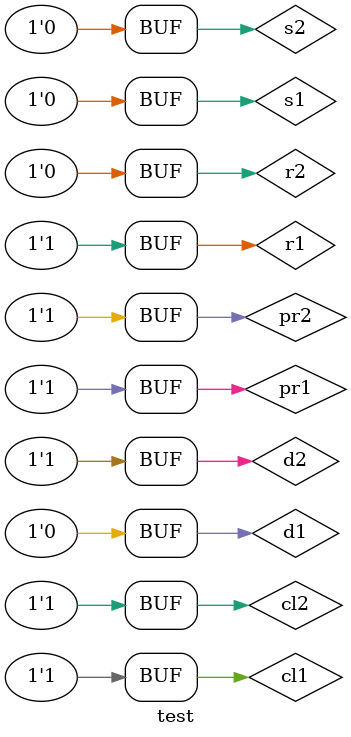
<source format=v>


module ex01 ( p, q, r, s );//p == q' e q == q
	input  r, s;
	output p, q;
	
	reg n1,n2;
	
	nor NOR1(p,s,q);
	nor NOR2(q,r,p);
	
endmodule // end module




//Exercício 02 e 04
module ex02 ( p, q, pr, cl, r, s );//p == q' e q == q
	input  r, s, pr, cl;
	output p, q;
	
	reg n1,n2;
	
	nand NAND1(p,pr,s,q);
	nand NAND2(q,cl,r,p);
	
endmodule // end module




//Exercício 03
module ex03 ( p, q, pr, cl, d );//p == q' e q == q
	input  d, pr, cl;
	output p, q;
	
	reg  n1,n2;
	wire nd;
	
	not NOT1(nd,d);
	
	nand NAND1(p,pr, d,q);
	nand NAND2(q,cl,nd,p);
	
endmodule // end module



//Exercício 05
module ex05 ( p, q, d );//p == q' e q == q
	input  d;
	output p, q;
	
	reg  n1,n2;
	wire nd;
	
	not NOT1(nd,d);
	
	nor NOR1(p, d,q);
	nor NOR2(q,nd,p);

endmodule // end module




//Módulo de testes
module test;
	reg  r1,r2,s1,s2,d1,d2,cl1,pr1,cl2,pr2;
	wire p1,p2,p3,p4,q1,q2,q3,q4;
	
	ex01 EX1(p1,q1,r1,s1);
	ex02 EX2(p2,q2,pr1,cl1,r2,s2);
	ex03 EX3(p3,q3,pr2,cl2,d1);
	ex05 EX5(p4,q4,d2);

	initial begin
		r1=0; s1=0;
		$display("Andre Sulivam 391998\n");
		$display("Guia 10 Ex01");
		$monitor("r = %b; s = %b: Q' = %b; Q = %b",r1,s1,p1,q1);
		#1 r1=1; s1=0;
		#1 r1=0;s1=0;
		#1 r1=0;s1=1;
		#1 r1=0;s1=0;
		#1 r1=1;s1=0;
		
		r2=0;s2=0;cl1=0;pr1=0;
		$display("");
		$display("Guia 10 Ex 02 e Ex 04");
		$monitor("r = %b; s = %b; Clear = %b; Preset = %b: Q' = %b; Q = %b",r2,s2,cl1,pr1,p2,q2);
		#1 r2=0;s2=0;cl1=0;pr1=0;
		#1 r2=0;s2=0;cl1=0;pr1=0;
		#1 r2=1;s2=0;cl1=1;pr1=0;
		#1 r2=0;s2=0;cl1=1;pr1=0;
		#1 r2=1;s2=0;cl1=1;pr1=1;
		#1 r2=0;s2=1;cl1=1;pr1=1;
		#1 r2=0;s2=1;cl1=1;pr1=1;
		#1 r2=0;s2=0;cl1=1;pr1=1;
		
		d1=0;cl2=0;pr2=0;
		$display("");
		$display("Guia 10 Ex 03");
		$monitor("d = %b; Clear = %b: Preset = %b: Q' = %b; Q = %b",d1,cl2,pr2,p3,q3);
		#1 d1=1;cl2=0;pr2=0;
		#1 d1=0;cl2=1;pr2=0;
		#1 d1=1;cl2=1;pr2=0;
		#1 d1=0;cl2=0;pr2=1;
		#1 d1=1;cl2=0;pr2=1;
		#1 d1=1;cl2=1;pr2=1;
		#1 d1=0;cl2=1;pr2=1;
		
		
		d2 = 0;
		$display("");
		$display("Guia 10 Ex 05");
		$monitor("d = %b: Q' = %b; Q = %b",d2,p4,q4);
		#1 d2 = 1;
		
	end
endmodule

/*
TESTES

 Andre Sulivam 391998
    
    Guia 10 Ex01
    r = 0; s = 0: Q' = x; Q = x
    r = 1; s = 0: Q' = 1; Q = 0
    r = 0; s = 0: Q' = 1; Q = 0
    r = 0; s = 1: Q' = 0; Q = 1
    r = 0; s = 0: Q' = 0; Q = 1
    
    Guia 10 Ex 02 e Ex 04
    r = 0; s = 0; Clear = 0; Preset = 0: Q' = 1; Q = 1
    r = 1; s = 0; Clear = 1; Preset = 0: Q' = 1; Q = 0
    r = 0; s = 0; Clear = 1; Preset = 0: Q' = 1; Q = 1
    r = 1; s = 0; Clear = 1; Preset = 1: Q' = 1; Q = 0
    r = 0; s = 1; Clear = 1; Preset = 1: Q' = 0; Q = 1
    
    Guia 10 Ex 03
    d = 0; Clear = 0: Preset = 0: Q' = 1; Q = 1
    d = 1; Clear = 0: Preset = 0: Q' = 1; Q = 1
    d = 0; Clear = 1: Preset = 0: Q' = 1; Q = 0
    d = 1; Clear = 1: Preset = 0: Q' = 1; Q = 1
    d = 0; Clear = 0: Preset = 1: Q' = 1; Q = 1
    d = 1; Clear = 0: Preset = 1: Q' = 0; Q = 1
    d = 1; Clear = 1: Preset = 1: Q' = 0; Q = 1
    
    Guia 10 Ex 05
    d = 0: Q' = 1; Q = 0
    d = 1: Q' = 0; Q = 1



*/
</source>
